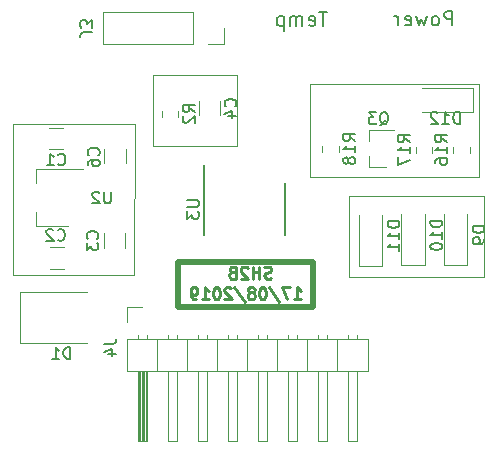
<source format=gbr>
%TF.GenerationSoftware,KiCad,Pcbnew,(5.1.4-0-10_14)*%
%TF.CreationDate,2019-08-17T10:21:19+03:00*%
%TF.ProjectId,Cooler_routed,436f6f6c-6572-45f7-926f-757465642e6b,rev?*%
%TF.SameCoordinates,Original*%
%TF.FileFunction,Legend,Bot*%
%TF.FilePolarity,Positive*%
%FSLAX46Y46*%
G04 Gerber Fmt 4.6, Leading zero omitted, Abs format (unit mm)*
G04 Created by KiCad (PCBNEW (5.1.4-0-10_14)) date 2019-08-17 10:21:19*
%MOMM*%
%LPD*%
G04 APERTURE LIST*
%ADD10C,0.150000*%
%ADD11C,0.500000*%
%ADD12C,0.120000*%
%ADD13C,0.250000*%
G04 APERTURE END LIST*
D10*
X228177428Y-85988457D02*
X228177428Y-84788457D01*
X227720285Y-84788457D01*
X227606000Y-84845600D01*
X227548857Y-84902742D01*
X227491714Y-85017028D01*
X227491714Y-85188457D01*
X227548857Y-85302742D01*
X227606000Y-85359885D01*
X227720285Y-85417028D01*
X228177428Y-85417028D01*
X226806000Y-85988457D02*
X226920285Y-85931314D01*
X226977428Y-85874171D01*
X227034571Y-85759885D01*
X227034571Y-85417028D01*
X226977428Y-85302742D01*
X226920285Y-85245600D01*
X226806000Y-85188457D01*
X226634571Y-85188457D01*
X226520285Y-85245600D01*
X226463142Y-85302742D01*
X226406000Y-85417028D01*
X226406000Y-85759885D01*
X226463142Y-85874171D01*
X226520285Y-85931314D01*
X226634571Y-85988457D01*
X226806000Y-85988457D01*
X226006000Y-85188457D02*
X225777428Y-85988457D01*
X225548857Y-85417028D01*
X225320285Y-85988457D01*
X225091714Y-85188457D01*
X224177428Y-85931314D02*
X224291714Y-85988457D01*
X224520285Y-85988457D01*
X224634571Y-85931314D01*
X224691714Y-85817028D01*
X224691714Y-85359885D01*
X224634571Y-85245600D01*
X224520285Y-85188457D01*
X224291714Y-85188457D01*
X224177428Y-85245600D01*
X224120285Y-85359885D01*
X224120285Y-85474171D01*
X224691714Y-85588457D01*
X223606000Y-85988457D02*
X223606000Y-85188457D01*
X223606000Y-85417028D02*
X223548857Y-85302742D01*
X223491714Y-85245600D01*
X223377428Y-85188457D01*
X223263142Y-85188457D01*
X217592000Y-84839257D02*
X216906285Y-84839257D01*
X217249142Y-86039257D02*
X217249142Y-84839257D01*
X216049142Y-85982114D02*
X216163428Y-86039257D01*
X216392000Y-86039257D01*
X216506285Y-85982114D01*
X216563428Y-85867828D01*
X216563428Y-85410685D01*
X216506285Y-85296400D01*
X216392000Y-85239257D01*
X216163428Y-85239257D01*
X216049142Y-85296400D01*
X215992000Y-85410685D01*
X215992000Y-85524971D01*
X216563428Y-85639257D01*
X215477714Y-86039257D02*
X215477714Y-85239257D01*
X215477714Y-85353542D02*
X215420571Y-85296400D01*
X215306285Y-85239257D01*
X215134857Y-85239257D01*
X215020571Y-85296400D01*
X214963428Y-85410685D01*
X214963428Y-86039257D01*
X214963428Y-85410685D02*
X214906285Y-85296400D01*
X214792000Y-85239257D01*
X214620571Y-85239257D01*
X214506285Y-85296400D01*
X214449142Y-85410685D01*
X214449142Y-86039257D01*
X213877714Y-85239257D02*
X213877714Y-86439257D01*
X213877714Y-85296400D02*
X213763428Y-85239257D01*
X213534857Y-85239257D01*
X213420571Y-85296400D01*
X213363428Y-85353542D01*
X213306285Y-85467828D01*
X213306285Y-85810685D01*
X213363428Y-85924971D01*
X213420571Y-85982114D01*
X213534857Y-86039257D01*
X213763428Y-86039257D01*
X213877714Y-85982114D01*
D11*
X204927200Y-106019600D02*
X204927200Y-109829600D01*
X216357200Y-106019600D02*
X204927200Y-106019600D01*
X216357200Y-109829600D02*
X216357200Y-106019600D01*
X204927200Y-109829600D02*
X216357200Y-109829600D01*
D12*
X230886000Y-100457000D02*
X219456000Y-100457000D01*
X230886000Y-107315000D02*
X230886000Y-100457000D01*
X219456000Y-107315000D02*
X230886000Y-107315000D01*
X219456000Y-100457000D02*
X219456000Y-107315000D01*
X230441500Y-98806000D02*
X230441500Y-90932000D01*
X216090500Y-98806000D02*
X230441500Y-98806000D01*
X216090500Y-90932000D02*
X216090500Y-98806000D01*
X230441500Y-90932000D02*
X216090500Y-90932000D01*
X201295000Y-94310200D02*
X201244200Y-107162600D01*
X191541400Y-94310200D02*
X201295000Y-94310200D01*
X190931800Y-94310200D02*
X191541400Y-94310200D01*
X190931800Y-107162600D02*
X190931800Y-94310200D01*
X201244200Y-107162600D02*
X190931800Y-107162600D01*
X209943700Y-96215200D02*
X209943700Y-90220800D01*
X202831700Y-96215200D02*
X209943700Y-96215200D01*
X202831700Y-90170000D02*
X202831700Y-96215200D01*
X209943700Y-90220800D02*
X202831700Y-90170000D01*
D13*
X212834266Y-107378161D02*
X212691409Y-107425780D01*
X212453314Y-107425780D01*
X212358076Y-107378161D01*
X212310457Y-107330542D01*
X212262838Y-107235304D01*
X212262838Y-107140066D01*
X212310457Y-107044828D01*
X212358076Y-106997209D01*
X212453314Y-106949590D01*
X212643790Y-106901971D01*
X212739028Y-106854352D01*
X212786647Y-106806733D01*
X212834266Y-106711495D01*
X212834266Y-106616257D01*
X212786647Y-106521019D01*
X212739028Y-106473400D01*
X212643790Y-106425780D01*
X212405695Y-106425780D01*
X212262838Y-106473400D01*
X211834266Y-107425780D02*
X211834266Y-106425780D01*
X211834266Y-106901971D02*
X211262838Y-106901971D01*
X211262838Y-107425780D02*
X211262838Y-106425780D01*
X210834266Y-106521019D02*
X210786647Y-106473400D01*
X210691409Y-106425780D01*
X210453314Y-106425780D01*
X210358076Y-106473400D01*
X210310457Y-106521019D01*
X210262838Y-106616257D01*
X210262838Y-106711495D01*
X210310457Y-106854352D01*
X210881885Y-107425780D01*
X210262838Y-107425780D01*
X209500933Y-106901971D02*
X209358076Y-106949590D01*
X209310457Y-106997209D01*
X209262838Y-107092447D01*
X209262838Y-107235304D01*
X209310457Y-107330542D01*
X209358076Y-107378161D01*
X209453314Y-107425780D01*
X209834266Y-107425780D01*
X209834266Y-106425780D01*
X209500933Y-106425780D01*
X209405695Y-106473400D01*
X209358076Y-106521019D01*
X209310457Y-106616257D01*
X209310457Y-106711495D01*
X209358076Y-106806733D01*
X209405695Y-106854352D01*
X209500933Y-106901971D01*
X209834266Y-106901971D01*
X214762838Y-109175780D02*
X215334266Y-109175780D01*
X215048552Y-109175780D02*
X215048552Y-108175780D01*
X215143790Y-108318638D01*
X215239028Y-108413876D01*
X215334266Y-108461495D01*
X214429504Y-108175780D02*
X213762838Y-108175780D01*
X214191409Y-109175780D01*
X212667600Y-108128161D02*
X213524742Y-109413876D01*
X212143790Y-108175780D02*
X212048552Y-108175780D01*
X211953314Y-108223400D01*
X211905695Y-108271019D01*
X211858076Y-108366257D01*
X211810457Y-108556733D01*
X211810457Y-108794828D01*
X211858076Y-108985304D01*
X211905695Y-109080542D01*
X211953314Y-109128161D01*
X212048552Y-109175780D01*
X212143790Y-109175780D01*
X212239028Y-109128161D01*
X212286647Y-109080542D01*
X212334266Y-108985304D01*
X212381885Y-108794828D01*
X212381885Y-108556733D01*
X212334266Y-108366257D01*
X212286647Y-108271019D01*
X212239028Y-108223400D01*
X212143790Y-108175780D01*
X211239028Y-108604352D02*
X211334266Y-108556733D01*
X211381885Y-108509114D01*
X211429504Y-108413876D01*
X211429504Y-108366257D01*
X211381885Y-108271019D01*
X211334266Y-108223400D01*
X211239028Y-108175780D01*
X211048552Y-108175780D01*
X210953314Y-108223400D01*
X210905695Y-108271019D01*
X210858076Y-108366257D01*
X210858076Y-108413876D01*
X210905695Y-108509114D01*
X210953314Y-108556733D01*
X211048552Y-108604352D01*
X211239028Y-108604352D01*
X211334266Y-108651971D01*
X211381885Y-108699590D01*
X211429504Y-108794828D01*
X211429504Y-108985304D01*
X211381885Y-109080542D01*
X211334266Y-109128161D01*
X211239028Y-109175780D01*
X211048552Y-109175780D01*
X210953314Y-109128161D01*
X210905695Y-109080542D01*
X210858076Y-108985304D01*
X210858076Y-108794828D01*
X210905695Y-108699590D01*
X210953314Y-108651971D01*
X211048552Y-108604352D01*
X209715219Y-108128161D02*
X210572361Y-109413876D01*
X209429504Y-108271019D02*
X209381885Y-108223400D01*
X209286647Y-108175780D01*
X209048552Y-108175780D01*
X208953314Y-108223400D01*
X208905695Y-108271019D01*
X208858076Y-108366257D01*
X208858076Y-108461495D01*
X208905695Y-108604352D01*
X209477123Y-109175780D01*
X208858076Y-109175780D01*
X208239028Y-108175780D02*
X208143790Y-108175780D01*
X208048552Y-108223400D01*
X208000933Y-108271019D01*
X207953314Y-108366257D01*
X207905695Y-108556733D01*
X207905695Y-108794828D01*
X207953314Y-108985304D01*
X208000933Y-109080542D01*
X208048552Y-109128161D01*
X208143790Y-109175780D01*
X208239028Y-109175780D01*
X208334266Y-109128161D01*
X208381885Y-109080542D01*
X208429504Y-108985304D01*
X208477123Y-108794828D01*
X208477123Y-108556733D01*
X208429504Y-108366257D01*
X208381885Y-108271019D01*
X208334266Y-108223400D01*
X208239028Y-108175780D01*
X206953314Y-109175780D02*
X207524742Y-109175780D01*
X207239028Y-109175780D02*
X207239028Y-108175780D01*
X207334266Y-108318638D01*
X207429504Y-108413876D01*
X207524742Y-108461495D01*
X206477123Y-109175780D02*
X206286647Y-109175780D01*
X206191409Y-109128161D01*
X206143790Y-109080542D01*
X206048552Y-108937685D01*
X206000933Y-108747209D01*
X206000933Y-108366257D01*
X206048552Y-108271019D01*
X206096171Y-108223400D01*
X206191409Y-108175780D01*
X206381885Y-108175780D01*
X206477123Y-108223400D01*
X206524742Y-108271019D01*
X206572361Y-108366257D01*
X206572361Y-108604352D01*
X206524742Y-108699590D01*
X206477123Y-108747209D01*
X206381885Y-108794828D01*
X206191409Y-108794828D01*
X206096171Y-108747209D01*
X206048552Y-108699590D01*
X206000933Y-108604352D01*
D12*
%TO.C,C1*%
X194023936Y-96490200D02*
X195228064Y-96490200D01*
X194023936Y-94670200D02*
X195228064Y-94670200D01*
%TO.C,C2*%
X194074936Y-104779000D02*
X195279064Y-104779000D01*
X194074936Y-106599000D02*
X195279064Y-106599000D01*
%TO.C,D1*%
X191522000Y-112894000D02*
X191522000Y-108594000D01*
X191522000Y-108594000D02*
X197222000Y-108594000D01*
X191522000Y-112894000D02*
X197222000Y-112894000D01*
%TO.C,U2*%
X192886000Y-101759000D02*
X192886000Y-102959000D01*
X192886000Y-102959000D02*
X195586000Y-102959000D01*
X196886000Y-98159000D02*
X192886000Y-98159000D01*
X192886000Y-98159000D02*
X192886000Y-99359000D01*
%TO.C,J3*%
X198568000Y-87563000D02*
X198568000Y-84903000D01*
X206248000Y-87563000D02*
X198568000Y-87563000D01*
X206248000Y-84903000D02*
X198568000Y-84903000D01*
X206248000Y-87563000D02*
X206248000Y-84903000D01*
X207518000Y-87563000D02*
X208848000Y-87563000D01*
X208848000Y-87563000D02*
X208848000Y-86233000D01*
D10*
%TO.C,U3*%
X214016000Y-99328000D02*
X214016000Y-103778000D01*
X207116000Y-97803000D02*
X207116000Y-103778000D01*
D12*
%TO.C,C3*%
X198658000Y-103613936D02*
X198658000Y-104818064D01*
X200478000Y-103613936D02*
X200478000Y-104818064D01*
%TO.C,C4*%
X206697000Y-93616864D02*
X206697000Y-92412736D01*
X208517000Y-93616864D02*
X208517000Y-92412736D01*
%TO.C,C6*%
X198709000Y-97655464D02*
X198709000Y-96451336D01*
X200529000Y-97655464D02*
X200529000Y-96451336D01*
%TO.C,R2*%
X203544000Y-93733252D02*
X203544000Y-93210748D01*
X204964000Y-93733252D02*
X204964000Y-93210748D01*
%TO.C,J4*%
X200600000Y-112565000D02*
X221040000Y-112565000D01*
X221040000Y-112565000D02*
X221040000Y-115225000D01*
X221040000Y-115225000D02*
X200600000Y-115225000D01*
X200600000Y-115225000D02*
X200600000Y-112565000D01*
X201550000Y-115225000D02*
X201550000Y-121225000D01*
X201550000Y-121225000D02*
X202310000Y-121225000D01*
X202310000Y-121225000D02*
X202310000Y-115225000D01*
X201610000Y-115225000D02*
X201610000Y-121225000D01*
X201730000Y-115225000D02*
X201730000Y-121225000D01*
X201850000Y-115225000D02*
X201850000Y-121225000D01*
X201970000Y-115225000D02*
X201970000Y-121225000D01*
X202090000Y-115225000D02*
X202090000Y-121225000D01*
X202210000Y-115225000D02*
X202210000Y-121225000D01*
X201550000Y-112235000D02*
X201550000Y-112565000D01*
X202310000Y-112235000D02*
X202310000Y-112565000D01*
X203200000Y-112565000D02*
X203200000Y-115225000D01*
X204090000Y-115225000D02*
X204090000Y-121225000D01*
X204090000Y-121225000D02*
X204850000Y-121225000D01*
X204850000Y-121225000D02*
X204850000Y-115225000D01*
X204090000Y-112167929D02*
X204090000Y-112565000D01*
X204850000Y-112167929D02*
X204850000Y-112565000D01*
X205740000Y-112565000D02*
X205740000Y-115225000D01*
X206630000Y-115225000D02*
X206630000Y-121225000D01*
X206630000Y-121225000D02*
X207390000Y-121225000D01*
X207390000Y-121225000D02*
X207390000Y-115225000D01*
X206630000Y-112167929D02*
X206630000Y-112565000D01*
X207390000Y-112167929D02*
X207390000Y-112565000D01*
X208280000Y-112565000D02*
X208280000Y-115225000D01*
X209170000Y-115225000D02*
X209170000Y-121225000D01*
X209170000Y-121225000D02*
X209930000Y-121225000D01*
X209930000Y-121225000D02*
X209930000Y-115225000D01*
X209170000Y-112167929D02*
X209170000Y-112565000D01*
X209930000Y-112167929D02*
X209930000Y-112565000D01*
X210820000Y-112565000D02*
X210820000Y-115225000D01*
X211710000Y-115225000D02*
X211710000Y-121225000D01*
X211710000Y-121225000D02*
X212470000Y-121225000D01*
X212470000Y-121225000D02*
X212470000Y-115225000D01*
X211710000Y-112167929D02*
X211710000Y-112565000D01*
X212470000Y-112167929D02*
X212470000Y-112565000D01*
X213360000Y-112565000D02*
X213360000Y-115225000D01*
X214250000Y-115225000D02*
X214250000Y-121225000D01*
X214250000Y-121225000D02*
X215010000Y-121225000D01*
X215010000Y-121225000D02*
X215010000Y-115225000D01*
X214250000Y-112167929D02*
X214250000Y-112565000D01*
X215010000Y-112167929D02*
X215010000Y-112565000D01*
X215900000Y-112565000D02*
X215900000Y-115225000D01*
X216790000Y-115225000D02*
X216790000Y-121225000D01*
X216790000Y-121225000D02*
X217550000Y-121225000D01*
X217550000Y-121225000D02*
X217550000Y-115225000D01*
X216790000Y-112167929D02*
X216790000Y-112565000D01*
X217550000Y-112167929D02*
X217550000Y-112565000D01*
X218440000Y-112565000D02*
X218440000Y-115225000D01*
X219330000Y-115225000D02*
X219330000Y-121225000D01*
X219330000Y-121225000D02*
X220090000Y-121225000D01*
X220090000Y-121225000D02*
X220090000Y-115225000D01*
X219330000Y-112167929D02*
X219330000Y-112565000D01*
X220090000Y-112167929D02*
X220090000Y-112565000D01*
X201930000Y-109855000D02*
X200660000Y-109855000D01*
X200660000Y-109855000D02*
X200660000Y-111125000D01*
%TO.C,D9*%
X229435000Y-101984000D02*
X229435000Y-106284000D01*
X229435000Y-106284000D02*
X227435000Y-106284000D01*
X227435000Y-106284000D02*
X227435000Y-101984000D01*
%TO.C,D10*%
X223854000Y-106286000D02*
X223854000Y-101986000D01*
X225854000Y-106286000D02*
X223854000Y-106286000D01*
X225854000Y-101986000D02*
X225854000Y-106286000D01*
%TO.C,Q3*%
X221096000Y-97998400D02*
X221096000Y-97068400D01*
X221096000Y-94838400D02*
X221096000Y-95768400D01*
X221096000Y-94838400D02*
X223256000Y-94838400D01*
X221096000Y-97998400D02*
X222556000Y-97998400D01*
%TO.C,R16*%
X228208000Y-96258748D02*
X228208000Y-96781252D01*
X229628000Y-96258748D02*
X229628000Y-96781252D01*
%TO.C,R17*%
X225058000Y-96781252D02*
X225058000Y-96258748D01*
X226478000Y-96781252D02*
X226478000Y-96258748D01*
%TO.C,R18*%
X218553000Y-96705052D02*
X218553000Y-96182548D01*
X217133000Y-96705052D02*
X217133000Y-96182548D01*
%TO.C,D11*%
X222234000Y-102044000D02*
X222234000Y-106344000D01*
X222234000Y-106344000D02*
X220234000Y-106344000D01*
X220234000Y-106344000D02*
X220234000Y-102044000D01*
%TO.C,D12*%
X225580000Y-91329000D02*
X229880000Y-91329000D01*
X229880000Y-91329000D02*
X229880000Y-93329000D01*
X229880000Y-93329000D02*
X225580000Y-93329000D01*
%TO.C,C1*%
D10*
X194792666Y-97757342D02*
X194840285Y-97804961D01*
X194983142Y-97852580D01*
X195078380Y-97852580D01*
X195221238Y-97804961D01*
X195316476Y-97709723D01*
X195364095Y-97614485D01*
X195411714Y-97424009D01*
X195411714Y-97281152D01*
X195364095Y-97090676D01*
X195316476Y-96995438D01*
X195221238Y-96900200D01*
X195078380Y-96852580D01*
X194983142Y-96852580D01*
X194840285Y-96900200D01*
X194792666Y-96947819D01*
X193840285Y-97852580D02*
X194411714Y-97852580D01*
X194126000Y-97852580D02*
X194126000Y-96852580D01*
X194221238Y-96995438D01*
X194316476Y-97090676D01*
X194411714Y-97138295D01*
%TO.C,C2*%
X194743666Y-104141142D02*
X194791285Y-104188761D01*
X194934142Y-104236380D01*
X195029380Y-104236380D01*
X195172238Y-104188761D01*
X195267476Y-104093523D01*
X195315095Y-103998285D01*
X195362714Y-103807809D01*
X195362714Y-103664952D01*
X195315095Y-103474476D01*
X195267476Y-103379238D01*
X195172238Y-103284000D01*
X195029380Y-103236380D01*
X194934142Y-103236380D01*
X194791285Y-103284000D01*
X194743666Y-103331619D01*
X194362714Y-103331619D02*
X194315095Y-103284000D01*
X194219857Y-103236380D01*
X193981761Y-103236380D01*
X193886523Y-103284000D01*
X193838904Y-103331619D01*
X193791285Y-103426857D01*
X193791285Y-103522095D01*
X193838904Y-103664952D01*
X194410333Y-104236380D01*
X193791285Y-104236380D01*
%TO.C,D1*%
X195810095Y-114244380D02*
X195810095Y-113244380D01*
X195572000Y-113244380D01*
X195429142Y-113292000D01*
X195333904Y-113387238D01*
X195286285Y-113482476D01*
X195238666Y-113672952D01*
X195238666Y-113815809D01*
X195286285Y-114006285D01*
X195333904Y-114101523D01*
X195429142Y-114196761D01*
X195572000Y-114244380D01*
X195810095Y-114244380D01*
X194286285Y-114244380D02*
X194857714Y-114244380D01*
X194572000Y-114244380D02*
X194572000Y-113244380D01*
X194667238Y-113387238D01*
X194762476Y-113482476D01*
X194857714Y-113530095D01*
%TO.C,U2*%
X199263304Y-100062180D02*
X199263304Y-100871704D01*
X199215685Y-100966942D01*
X199168066Y-101014561D01*
X199072828Y-101062180D01*
X198882352Y-101062180D01*
X198787114Y-101014561D01*
X198739495Y-100966942D01*
X198691876Y-100871704D01*
X198691876Y-100062180D01*
X198263304Y-100157419D02*
X198215685Y-100109800D01*
X198120447Y-100062180D01*
X197882352Y-100062180D01*
X197787114Y-100109800D01*
X197739495Y-100157419D01*
X197691876Y-100252657D01*
X197691876Y-100347895D01*
X197739495Y-100490752D01*
X198310923Y-101062180D01*
X197691876Y-101062180D01*
%TO.C,J3*%
X197651619Y-86566333D02*
X196937333Y-86566333D01*
X196794476Y-86613952D01*
X196699238Y-86709190D01*
X196651619Y-86852047D01*
X196651619Y-86947285D01*
X197651619Y-86185380D02*
X197651619Y-85566333D01*
X197270666Y-85899666D01*
X197270666Y-85756809D01*
X197223047Y-85661571D01*
X197175428Y-85613952D01*
X197080190Y-85566333D01*
X196842095Y-85566333D01*
X196746857Y-85613952D01*
X196699238Y-85661571D01*
X196651619Y-85756809D01*
X196651619Y-86042523D01*
X196699238Y-86137761D01*
X196746857Y-86185380D01*
%TO.C,U3*%
X205718380Y-100791095D02*
X206527904Y-100791095D01*
X206623142Y-100838714D01*
X206670761Y-100886333D01*
X206718380Y-100981571D01*
X206718380Y-101172047D01*
X206670761Y-101267285D01*
X206623142Y-101314904D01*
X206527904Y-101362523D01*
X205718380Y-101362523D01*
X205718380Y-101743476D02*
X205718380Y-102362523D01*
X206099333Y-102029190D01*
X206099333Y-102172047D01*
X206146952Y-102267285D01*
X206194571Y-102314904D01*
X206289809Y-102362523D01*
X206527904Y-102362523D01*
X206623142Y-102314904D01*
X206670761Y-102267285D01*
X206718380Y-102172047D01*
X206718380Y-101886333D01*
X206670761Y-101791095D01*
X206623142Y-101743476D01*
%TO.C,C3*%
X198105142Y-104049333D02*
X198152761Y-104001714D01*
X198200380Y-103858857D01*
X198200380Y-103763619D01*
X198152761Y-103620761D01*
X198057523Y-103525523D01*
X197962285Y-103477904D01*
X197771809Y-103430285D01*
X197628952Y-103430285D01*
X197438476Y-103477904D01*
X197343238Y-103525523D01*
X197248000Y-103620761D01*
X197200380Y-103763619D01*
X197200380Y-103858857D01*
X197248000Y-104001714D01*
X197295619Y-104049333D01*
X197200380Y-104382666D02*
X197200380Y-105001714D01*
X197581333Y-104668380D01*
X197581333Y-104811238D01*
X197628952Y-104906476D01*
X197676571Y-104954095D01*
X197771809Y-105001714D01*
X198009904Y-105001714D01*
X198105142Y-104954095D01*
X198152761Y-104906476D01*
X198200380Y-104811238D01*
X198200380Y-104525523D01*
X198152761Y-104430285D01*
X198105142Y-104382666D01*
%TO.C,C4*%
X209784142Y-92848133D02*
X209831761Y-92800514D01*
X209879380Y-92657657D01*
X209879380Y-92562419D01*
X209831761Y-92419561D01*
X209736523Y-92324323D01*
X209641285Y-92276704D01*
X209450809Y-92229085D01*
X209307952Y-92229085D01*
X209117476Y-92276704D01*
X209022238Y-92324323D01*
X208927000Y-92419561D01*
X208879380Y-92562419D01*
X208879380Y-92657657D01*
X208927000Y-92800514D01*
X208974619Y-92848133D01*
X209212714Y-93705276D02*
X209879380Y-93705276D01*
X208831761Y-93467180D02*
X209546047Y-93229085D01*
X209546047Y-93848133D01*
%TO.C,C6*%
X198198142Y-96988333D02*
X198245761Y-96940714D01*
X198293380Y-96797857D01*
X198293380Y-96702619D01*
X198245761Y-96559761D01*
X198150523Y-96464523D01*
X198055285Y-96416904D01*
X197864809Y-96369285D01*
X197721952Y-96369285D01*
X197531476Y-96416904D01*
X197436238Y-96464523D01*
X197341000Y-96559761D01*
X197293380Y-96702619D01*
X197293380Y-96797857D01*
X197341000Y-96940714D01*
X197388619Y-96988333D01*
X197293380Y-97845476D02*
X197293380Y-97655000D01*
X197341000Y-97559761D01*
X197388619Y-97512142D01*
X197531476Y-97416904D01*
X197721952Y-97369285D01*
X198102904Y-97369285D01*
X198198142Y-97416904D01*
X198245761Y-97464523D01*
X198293380Y-97559761D01*
X198293380Y-97750238D01*
X198245761Y-97845476D01*
X198198142Y-97893095D01*
X198102904Y-97940714D01*
X197864809Y-97940714D01*
X197769571Y-97893095D01*
X197721952Y-97845476D01*
X197674333Y-97750238D01*
X197674333Y-97559761D01*
X197721952Y-97464523D01*
X197769571Y-97416904D01*
X197864809Y-97369285D01*
%TO.C,R2*%
X206356380Y-93305333D02*
X205880190Y-92972000D01*
X206356380Y-92733904D02*
X205356380Y-92733904D01*
X205356380Y-93114857D01*
X205404000Y-93210095D01*
X205451619Y-93257714D01*
X205546857Y-93305333D01*
X205689714Y-93305333D01*
X205784952Y-93257714D01*
X205832571Y-93210095D01*
X205880190Y-93114857D01*
X205880190Y-92733904D01*
X205451619Y-93686285D02*
X205404000Y-93733904D01*
X205356380Y-93829142D01*
X205356380Y-94067238D01*
X205404000Y-94162476D01*
X205451619Y-94210095D01*
X205546857Y-94257714D01*
X205642095Y-94257714D01*
X205784952Y-94210095D01*
X206356380Y-93638666D01*
X206356380Y-94257714D01*
%TO.C,J4*%
X198715380Y-112950666D02*
X199429666Y-112950666D01*
X199572523Y-112903047D01*
X199667761Y-112807809D01*
X199715380Y-112664952D01*
X199715380Y-112569714D01*
X199048714Y-113855428D02*
X199715380Y-113855428D01*
X198667761Y-113617333D02*
X199382047Y-113379238D01*
X199382047Y-113998285D01*
%TO.C,D9*%
X230887380Y-102995904D02*
X229887380Y-102995904D01*
X229887380Y-103234000D01*
X229935000Y-103376857D01*
X230030238Y-103472095D01*
X230125476Y-103519714D01*
X230315952Y-103567333D01*
X230458809Y-103567333D01*
X230649285Y-103519714D01*
X230744523Y-103472095D01*
X230839761Y-103376857D01*
X230887380Y-103234000D01*
X230887380Y-102995904D01*
X230887380Y-104043523D02*
X230887380Y-104234000D01*
X230839761Y-104329238D01*
X230792142Y-104376857D01*
X230649285Y-104472095D01*
X230458809Y-104519714D01*
X230077857Y-104519714D01*
X229982619Y-104472095D01*
X229935000Y-104424476D01*
X229887380Y-104329238D01*
X229887380Y-104138761D01*
X229935000Y-104043523D01*
X229982619Y-103995904D01*
X230077857Y-103948285D01*
X230315952Y-103948285D01*
X230411190Y-103995904D01*
X230458809Y-104043523D01*
X230506428Y-104138761D01*
X230506428Y-104329238D01*
X230458809Y-104424476D01*
X230411190Y-104472095D01*
X230315952Y-104519714D01*
%TO.C,D10*%
X227306380Y-102521714D02*
X226306380Y-102521714D01*
X226306380Y-102759809D01*
X226354000Y-102902666D01*
X226449238Y-102997904D01*
X226544476Y-103045523D01*
X226734952Y-103093142D01*
X226877809Y-103093142D01*
X227068285Y-103045523D01*
X227163523Y-102997904D01*
X227258761Y-102902666D01*
X227306380Y-102759809D01*
X227306380Y-102521714D01*
X227306380Y-104045523D02*
X227306380Y-103474095D01*
X227306380Y-103759809D02*
X226306380Y-103759809D01*
X226449238Y-103664571D01*
X226544476Y-103569333D01*
X226592095Y-103474095D01*
X226306380Y-104664571D02*
X226306380Y-104759809D01*
X226354000Y-104855047D01*
X226401619Y-104902666D01*
X226496857Y-104950285D01*
X226687333Y-104997904D01*
X226925428Y-104997904D01*
X227115904Y-104950285D01*
X227211142Y-104902666D01*
X227258761Y-104855047D01*
X227306380Y-104759809D01*
X227306380Y-104664571D01*
X227258761Y-104569333D01*
X227211142Y-104521714D01*
X227115904Y-104474095D01*
X226925428Y-104426476D01*
X226687333Y-104426476D01*
X226496857Y-104474095D01*
X226401619Y-104521714D01*
X226354000Y-104569333D01*
X226306380Y-104664571D01*
%TO.C,Q3*%
X222002038Y-94451419D02*
X222097276Y-94403800D01*
X222192514Y-94308561D01*
X222335371Y-94165704D01*
X222430609Y-94118085D01*
X222525847Y-94118085D01*
X222478228Y-94356180D02*
X222573466Y-94308561D01*
X222668704Y-94213323D01*
X222716323Y-94022847D01*
X222716323Y-93689514D01*
X222668704Y-93499038D01*
X222573466Y-93403800D01*
X222478228Y-93356180D01*
X222287752Y-93356180D01*
X222192514Y-93403800D01*
X222097276Y-93499038D01*
X222049657Y-93689514D01*
X222049657Y-94022847D01*
X222097276Y-94213323D01*
X222192514Y-94308561D01*
X222287752Y-94356180D01*
X222478228Y-94356180D01*
X221716323Y-93356180D02*
X221097276Y-93356180D01*
X221430609Y-93737133D01*
X221287752Y-93737133D01*
X221192514Y-93784752D01*
X221144895Y-93832371D01*
X221097276Y-93927609D01*
X221097276Y-94165704D01*
X221144895Y-94260942D01*
X221192514Y-94308561D01*
X221287752Y-94356180D01*
X221573466Y-94356180D01*
X221668704Y-94308561D01*
X221716323Y-94260942D01*
%TO.C,R16*%
X227720380Y-95877142D02*
X227244190Y-95543809D01*
X227720380Y-95305714D02*
X226720380Y-95305714D01*
X226720380Y-95686666D01*
X226768000Y-95781904D01*
X226815619Y-95829523D01*
X226910857Y-95877142D01*
X227053714Y-95877142D01*
X227148952Y-95829523D01*
X227196571Y-95781904D01*
X227244190Y-95686666D01*
X227244190Y-95305714D01*
X227720380Y-96829523D02*
X227720380Y-96258095D01*
X227720380Y-96543809D02*
X226720380Y-96543809D01*
X226863238Y-96448571D01*
X226958476Y-96353333D01*
X227006095Y-96258095D01*
X226720380Y-97686666D02*
X226720380Y-97496190D01*
X226768000Y-97400952D01*
X226815619Y-97353333D01*
X226958476Y-97258095D01*
X227148952Y-97210476D01*
X227529904Y-97210476D01*
X227625142Y-97258095D01*
X227672761Y-97305714D01*
X227720380Y-97400952D01*
X227720380Y-97591428D01*
X227672761Y-97686666D01*
X227625142Y-97734285D01*
X227529904Y-97781904D01*
X227291809Y-97781904D01*
X227196571Y-97734285D01*
X227148952Y-97686666D01*
X227101333Y-97591428D01*
X227101333Y-97400952D01*
X227148952Y-97305714D01*
X227196571Y-97258095D01*
X227291809Y-97210476D01*
%TO.C,R17*%
X224543980Y-95877142D02*
X224067790Y-95543809D01*
X224543980Y-95305714D02*
X223543980Y-95305714D01*
X223543980Y-95686666D01*
X223591600Y-95781904D01*
X223639219Y-95829523D01*
X223734457Y-95877142D01*
X223877314Y-95877142D01*
X223972552Y-95829523D01*
X224020171Y-95781904D01*
X224067790Y-95686666D01*
X224067790Y-95305714D01*
X224543980Y-96829523D02*
X224543980Y-96258095D01*
X224543980Y-96543809D02*
X223543980Y-96543809D01*
X223686838Y-96448571D01*
X223782076Y-96353333D01*
X223829695Y-96258095D01*
X223543980Y-97162857D02*
X223543980Y-97829523D01*
X224543980Y-97400952D01*
%TO.C,R18*%
X219945380Y-95800942D02*
X219469190Y-95467609D01*
X219945380Y-95229514D02*
X218945380Y-95229514D01*
X218945380Y-95610466D01*
X218993000Y-95705704D01*
X219040619Y-95753323D01*
X219135857Y-95800942D01*
X219278714Y-95800942D01*
X219373952Y-95753323D01*
X219421571Y-95705704D01*
X219469190Y-95610466D01*
X219469190Y-95229514D01*
X219945380Y-96753323D02*
X219945380Y-96181895D01*
X219945380Y-96467609D02*
X218945380Y-96467609D01*
X219088238Y-96372371D01*
X219183476Y-96277133D01*
X219231095Y-96181895D01*
X219373952Y-97324752D02*
X219326333Y-97229514D01*
X219278714Y-97181895D01*
X219183476Y-97134276D01*
X219135857Y-97134276D01*
X219040619Y-97181895D01*
X218993000Y-97229514D01*
X218945380Y-97324752D01*
X218945380Y-97515228D01*
X218993000Y-97610466D01*
X219040619Y-97658085D01*
X219135857Y-97705704D01*
X219183476Y-97705704D01*
X219278714Y-97658085D01*
X219326333Y-97610466D01*
X219373952Y-97515228D01*
X219373952Y-97324752D01*
X219421571Y-97229514D01*
X219469190Y-97181895D01*
X219564428Y-97134276D01*
X219754904Y-97134276D01*
X219850142Y-97181895D01*
X219897761Y-97229514D01*
X219945380Y-97324752D01*
X219945380Y-97515228D01*
X219897761Y-97610466D01*
X219850142Y-97658085D01*
X219754904Y-97705704D01*
X219564428Y-97705704D01*
X219469190Y-97658085D01*
X219421571Y-97610466D01*
X219373952Y-97515228D01*
%TO.C,D11*%
X223686380Y-102579714D02*
X222686380Y-102579714D01*
X222686380Y-102817809D01*
X222734000Y-102960666D01*
X222829238Y-103055904D01*
X222924476Y-103103523D01*
X223114952Y-103151142D01*
X223257809Y-103151142D01*
X223448285Y-103103523D01*
X223543523Y-103055904D01*
X223638761Y-102960666D01*
X223686380Y-102817809D01*
X223686380Y-102579714D01*
X223686380Y-104103523D02*
X223686380Y-103532095D01*
X223686380Y-103817809D02*
X222686380Y-103817809D01*
X222829238Y-103722571D01*
X222924476Y-103627333D01*
X222972095Y-103532095D01*
X223686380Y-105055904D02*
X223686380Y-104484476D01*
X223686380Y-104770190D02*
X222686380Y-104770190D01*
X222829238Y-104674952D01*
X222924476Y-104579714D01*
X222972095Y-104484476D01*
%TO.C,D12*%
X228798285Y-94305380D02*
X228798285Y-93305380D01*
X228560190Y-93305380D01*
X228417333Y-93353000D01*
X228322095Y-93448238D01*
X228274476Y-93543476D01*
X228226857Y-93733952D01*
X228226857Y-93876809D01*
X228274476Y-94067285D01*
X228322095Y-94162523D01*
X228417333Y-94257761D01*
X228560190Y-94305380D01*
X228798285Y-94305380D01*
X227274476Y-94305380D02*
X227845904Y-94305380D01*
X227560190Y-94305380D02*
X227560190Y-93305380D01*
X227655428Y-93448238D01*
X227750666Y-93543476D01*
X227845904Y-93591095D01*
X226893523Y-93400619D02*
X226845904Y-93353000D01*
X226750666Y-93305380D01*
X226512571Y-93305380D01*
X226417333Y-93353000D01*
X226369714Y-93400619D01*
X226322095Y-93495857D01*
X226322095Y-93591095D01*
X226369714Y-93733952D01*
X226941142Y-94305380D01*
X226322095Y-94305380D01*
%TD*%
M02*

</source>
